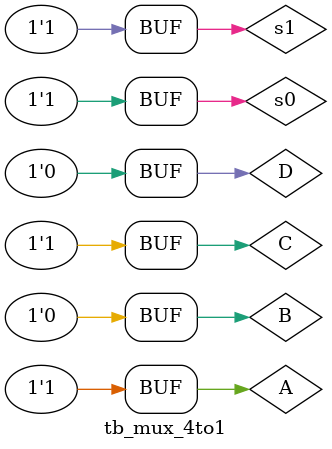
<source format=v>
`timescale 1ns / 1ps


module tb_mux_4to1; //Å×½ºÆ®º¥Ä¡ ¸ðµâ ¼±¾ð

reg A, B, C, D, s0, s1; //inputÀ¸·Î »ç¿ëÇÒ A, B, C, D, s0, s1
wire out; //outputÀ¸·Î »ç¿ëÇÒ out

initial begin //½ÃÀÛ
    A = 1; B = 0; C = 1; D = 0; s0 = 0; s1 = 0; //0nsÀÏ ¶§ ÃÊ±â°ª
    #5 s0 = 1; s1 = 0; //5nsÀÏ ¶§ s0=1 s1=0
    #5 s0 = 0; s1 = 1; //10nsÀÏ ¶§ s0=0 s1=1
    #5 s0 = 1; s1 = 1; //15nsÀÏ ¶§ s0=1 s1=1
end

mux_4to1 DUT(.A(A), .B(B), .C(C), .D(D), .s0(s0), .s1(s1), .out(out));
//mux_4to1 ¸ðµâ¿¡ °ªÀ» Àü´ÞÇÏ¿© Å×½ºÆ®
   
endmodule

</source>
